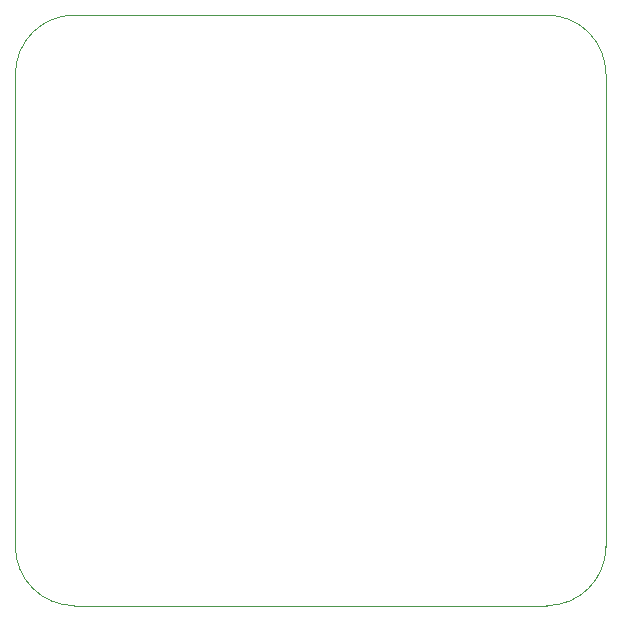
<source format=gbr>
%TF.GenerationSoftware,KiCad,Pcbnew,7.0.8*%
%TF.CreationDate,2023-11-19T03:45:18+01:00*%
%TF.ProjectId,ORBIT,4f524249-542e-46b6-9963-61645f706362,rev?*%
%TF.SameCoordinates,Original*%
%TF.FileFunction,Profile,NP*%
%FSLAX46Y46*%
G04 Gerber Fmt 4.6, Leading zero omitted, Abs format (unit mm)*
G04 Created by KiCad (PCBNEW 7.0.8) date 2023-11-19 03:45:18*
%MOMM*%
%LPD*%
G01*
G04 APERTURE LIST*
%TA.AperFunction,Profile*%
%ADD10C,0.100000*%
%TD*%
G04 APERTURE END LIST*
D10*
X124000000Y-115000000D02*
G75*
G03*
X129000000Y-120000000I5000000J0D01*
G01*
X174000000Y-115000000D02*
X174000000Y-75000000D01*
X169000000Y-70000000D02*
X129000000Y-70000000D01*
X129000000Y-70000000D02*
G75*
G03*
X124000000Y-75000000I0J-5000000D01*
G01*
X169000000Y-120000000D02*
G75*
G03*
X174000000Y-115000000I0J5000000D01*
G01*
X174000000Y-75000000D02*
G75*
G03*
X169000000Y-70000000I-5000000J0D01*
G01*
X124000000Y-75000000D02*
X124000000Y-115000000D01*
X129000000Y-120000000D02*
X169000000Y-120000000D01*
M02*

</source>
